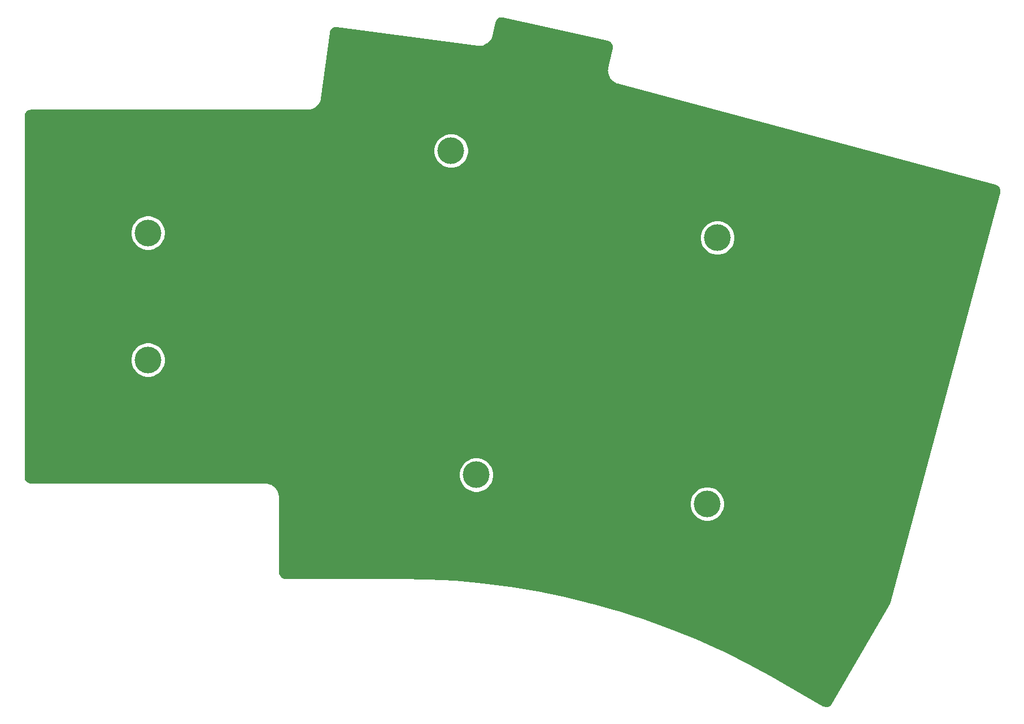
<source format=gbl>
G04 #@! TF.GenerationSoftware,KiCad,Pcbnew,(5.1.2)-1*
G04 #@! TF.CreationDate,2019-06-14T17:50:55+09:00*
G04 #@! TF.ProjectId,adelie,6164656c-6965-42e6-9b69-6361645f7063,rev?*
G04 #@! TF.SameCoordinates,Original*
G04 #@! TF.FileFunction,Copper,L2,Bot*
G04 #@! TF.FilePolarity,Positive*
%FSLAX46Y46*%
G04 Gerber Fmt 4.6, Leading zero omitted, Abs format (unit mm)*
G04 Created by KiCad (PCBNEW (5.1.2)-1) date 2019-06-14 17:50:55*
%MOMM*%
%LPD*%
G04 APERTURE LIST*
%ADD10C,4.000000*%
%ADD11C,0.254000*%
G04 APERTURE END LIST*
D10*
X188369645Y-126245861D03*
X153781151Y-121898017D03*
X189913740Y-86329520D03*
X149983140Y-73279740D03*
X104544340Y-85592920D03*
X104544340Y-104642920D03*
D11*
G36*
X157761655Y-53367065D02*
G01*
X173375550Y-56827903D01*
X173561650Y-56888752D01*
X173704132Y-56968729D01*
X173828373Y-57074864D01*
X173929631Y-57203108D01*
X174004052Y-57348578D01*
X174048798Y-57505725D01*
X174062170Y-57668580D01*
X174040197Y-57861251D01*
X173397655Y-60761288D01*
X173394528Y-60787245D01*
X173362649Y-61015652D01*
X173360453Y-61069265D01*
X173356504Y-61122775D01*
X173356790Y-61131985D01*
X173367926Y-61424601D01*
X173376024Y-61483869D01*
X173383292Y-61543245D01*
X173385362Y-61552225D01*
X173453122Y-61837104D01*
X173472581Y-61893684D01*
X173491240Y-61950504D01*
X173495015Y-61958911D01*
X173616818Y-62225203D01*
X173646872Y-62276882D01*
X173676237Y-62329041D01*
X173681573Y-62336554D01*
X173852780Y-62574116D01*
X173892314Y-62618991D01*
X173931233Y-62664432D01*
X173937927Y-62670766D01*
X174152015Y-62870550D01*
X174199511Y-62906890D01*
X174246520Y-62943910D01*
X174254317Y-62948823D01*
X174503132Y-63103218D01*
X174556770Y-63129635D01*
X174610084Y-63156824D01*
X174618686Y-63160129D01*
X174831930Y-63240370D01*
X174831935Y-63240373D01*
X174858222Y-63250263D01*
X174892751Y-63263256D01*
X174892766Y-63263260D01*
X174923127Y-63274683D01*
X231508525Y-78429711D01*
X231691759Y-78498575D01*
X231830578Y-78584638D01*
X231950036Y-78696024D01*
X232045584Y-78828492D01*
X232113581Y-78976993D01*
X232151440Y-79135878D01*
X232157718Y-79299086D01*
X232127390Y-79490623D01*
X215712096Y-140894781D01*
X215635718Y-141097904D01*
X215614019Y-141138508D01*
X206960753Y-156129319D01*
X206846771Y-156288366D01*
X206727600Y-156400168D01*
X206588973Y-156486700D01*
X206436188Y-156544654D01*
X206275047Y-156571830D01*
X206111699Y-156567189D01*
X205952367Y-156530910D01*
X205775192Y-156451925D01*
X198918998Y-152492968D01*
X198917431Y-152492258D01*
X197906853Y-151915738D01*
X197904675Y-151914548D01*
X197893214Y-151908169D01*
X194264610Y-149950281D01*
X194261550Y-149948702D01*
X194258511Y-149947031D01*
X194243116Y-149939187D01*
X190545205Y-148115579D01*
X190542078Y-148114108D01*
X190538991Y-148112555D01*
X190523318Y-148105280D01*
X186761067Y-146418402D01*
X186757905Y-146417053D01*
X186754746Y-146415607D01*
X186738910Y-146408951D01*
X186738817Y-146408911D01*
X186738789Y-146408900D01*
X182917279Y-144861030D01*
X182914085Y-144859804D01*
X182910860Y-144858468D01*
X182894697Y-144852361D01*
X179019006Y-143445554D01*
X179015748Y-143444439D01*
X179012498Y-143443230D01*
X178996122Y-143437719D01*
X175071482Y-142173876D01*
X175068177Y-142172878D01*
X175064893Y-142171792D01*
X175048500Y-142166936D01*
X175048326Y-142166884D01*
X175048275Y-142166871D01*
X171080010Y-141047704D01*
X171076696Y-141046835D01*
X171073349Y-141045862D01*
X171056743Y-141041599D01*
X171056612Y-141041565D01*
X171056573Y-141041556D01*
X167049952Y-140068550D01*
X167046550Y-140067789D01*
X167043227Y-140066955D01*
X167026527Y-140063314D01*
X167026345Y-140063273D01*
X167026292Y-140063263D01*
X162986720Y-139237731D01*
X162983346Y-139237106D01*
X162979942Y-139236382D01*
X162963085Y-139233350D01*
X162962936Y-139233322D01*
X162962892Y-139233315D01*
X158895773Y-138556362D01*
X158892357Y-138555858D01*
X158888950Y-138555263D01*
X158871844Y-138552828D01*
X154782606Y-138025357D01*
X154779162Y-138024977D01*
X154775747Y-138024509D01*
X154758751Y-138022723D01*
X154758563Y-138022702D01*
X154758509Y-138022698D01*
X150652743Y-137645431D01*
X150649323Y-137645180D01*
X150645858Y-137644834D01*
X150628619Y-137643659D01*
X146511732Y-137417093D01*
X146508293Y-137416967D01*
X146504829Y-137416749D01*
X146487559Y-137416207D01*
X142391497Y-137341134D01*
X142385476Y-137340541D01*
X125142478Y-137340101D01*
X124952531Y-137321477D01*
X124796171Y-137274269D01*
X124651960Y-137197590D01*
X124525388Y-137094361D01*
X124421277Y-136968512D01*
X124343596Y-136824844D01*
X124295299Y-136668821D01*
X124275040Y-136476067D01*
X124275040Y-125986336D01*
X185734645Y-125986336D01*
X185734645Y-126505386D01*
X185835906Y-127014462D01*
X186034538Y-127494002D01*
X186322907Y-127925576D01*
X186689930Y-128292599D01*
X187121504Y-128580968D01*
X187601044Y-128779600D01*
X188110120Y-128880861D01*
X188629170Y-128880861D01*
X189138246Y-128779600D01*
X189617786Y-128580968D01*
X190049360Y-128292599D01*
X190416383Y-127925576D01*
X190704752Y-127494002D01*
X190903384Y-127014462D01*
X191004645Y-126505386D01*
X191004645Y-125986336D01*
X190903384Y-125477260D01*
X190704752Y-124997720D01*
X190416383Y-124566146D01*
X190049360Y-124199123D01*
X189617786Y-123910754D01*
X189138246Y-123712122D01*
X188629170Y-123610861D01*
X188110120Y-123610861D01*
X187601044Y-123712122D01*
X187121504Y-123910754D01*
X186689930Y-124199123D01*
X186322907Y-124566146D01*
X186034538Y-124997720D01*
X185835906Y-125477260D01*
X185734645Y-125986336D01*
X124275040Y-125986336D01*
X124275040Y-125168121D01*
X124272222Y-125139512D01*
X124272287Y-125130252D01*
X124271388Y-125121081D01*
X124240788Y-124829935D01*
X124228750Y-124771293D01*
X124217550Y-124712577D01*
X124214887Y-124703756D01*
X124128319Y-124424100D01*
X124105141Y-124368962D01*
X124082729Y-124313490D01*
X124078402Y-124305354D01*
X123939163Y-124047838D01*
X123905741Y-123998289D01*
X123872960Y-123948193D01*
X123867135Y-123941052D01*
X123680530Y-123715485D01*
X123638094Y-123673344D01*
X123596231Y-123630595D01*
X123589131Y-123624721D01*
X123362267Y-123439695D01*
X123312448Y-123406595D01*
X123263085Y-123372796D01*
X123254979Y-123368413D01*
X122996498Y-123230976D01*
X122941204Y-123208185D01*
X122886211Y-123184615D01*
X122877408Y-123181890D01*
X122597154Y-123097276D01*
X122538469Y-123085656D01*
X122479961Y-123073220D01*
X122470798Y-123072257D01*
X122470796Y-123072257D01*
X122179444Y-123043690D01*
X122179442Y-123043690D01*
X122147459Y-123040540D01*
X87039359Y-123040540D01*
X86844531Y-123021437D01*
X86688171Y-122974229D01*
X86543960Y-122897550D01*
X86417388Y-122794321D01*
X86313277Y-122668472D01*
X86235596Y-122524804D01*
X86187299Y-122368781D01*
X86167040Y-122176027D01*
X86167040Y-121638492D01*
X151146151Y-121638492D01*
X151146151Y-122157542D01*
X151247412Y-122666618D01*
X151446044Y-123146158D01*
X151734413Y-123577732D01*
X152101436Y-123944755D01*
X152533010Y-124233124D01*
X153012550Y-124431756D01*
X153521626Y-124533017D01*
X154040676Y-124533017D01*
X154549752Y-124431756D01*
X155029292Y-124233124D01*
X155460866Y-123944755D01*
X155827889Y-123577732D01*
X156116258Y-123146158D01*
X156314890Y-122666618D01*
X156416151Y-122157542D01*
X156416151Y-121638492D01*
X156314890Y-121129416D01*
X156116258Y-120649876D01*
X155827889Y-120218302D01*
X155460866Y-119851279D01*
X155029292Y-119562910D01*
X154549752Y-119364278D01*
X154040676Y-119263017D01*
X153521626Y-119263017D01*
X153012550Y-119364278D01*
X152533010Y-119562910D01*
X152101436Y-119851279D01*
X151734413Y-120218302D01*
X151446044Y-120649876D01*
X151247412Y-121129416D01*
X151146151Y-121638492D01*
X86167040Y-121638492D01*
X86167040Y-104383395D01*
X101909340Y-104383395D01*
X101909340Y-104902445D01*
X102010601Y-105411521D01*
X102209233Y-105891061D01*
X102497602Y-106322635D01*
X102864625Y-106689658D01*
X103296199Y-106978027D01*
X103775739Y-107176659D01*
X104284815Y-107277920D01*
X104803865Y-107277920D01*
X105312941Y-107176659D01*
X105792481Y-106978027D01*
X106224055Y-106689658D01*
X106591078Y-106322635D01*
X106879447Y-105891061D01*
X107078079Y-105411521D01*
X107179340Y-104902445D01*
X107179340Y-104383395D01*
X107078079Y-103874319D01*
X106879447Y-103394779D01*
X106591078Y-102963205D01*
X106224055Y-102596182D01*
X105792481Y-102307813D01*
X105312941Y-102109181D01*
X104803865Y-102007920D01*
X104284815Y-102007920D01*
X103775739Y-102109181D01*
X103296199Y-102307813D01*
X102864625Y-102596182D01*
X102497602Y-102963205D01*
X102209233Y-103394779D01*
X102010601Y-103874319D01*
X101909340Y-104383395D01*
X86167040Y-104383395D01*
X86167040Y-85333395D01*
X101909340Y-85333395D01*
X101909340Y-85852445D01*
X102010601Y-86361521D01*
X102209233Y-86841061D01*
X102497602Y-87272635D01*
X102864625Y-87639658D01*
X103296199Y-87928027D01*
X103775739Y-88126659D01*
X104284815Y-88227920D01*
X104803865Y-88227920D01*
X105312941Y-88126659D01*
X105792481Y-87928027D01*
X106224055Y-87639658D01*
X106591078Y-87272635D01*
X106879447Y-86841061D01*
X107078079Y-86361521D01*
X107136066Y-86069995D01*
X187278740Y-86069995D01*
X187278740Y-86589045D01*
X187380001Y-87098121D01*
X187578633Y-87577661D01*
X187867002Y-88009235D01*
X188234025Y-88376258D01*
X188665599Y-88664627D01*
X189145139Y-88863259D01*
X189654215Y-88964520D01*
X190173265Y-88964520D01*
X190682341Y-88863259D01*
X191161881Y-88664627D01*
X191593455Y-88376258D01*
X191960478Y-88009235D01*
X192248847Y-87577661D01*
X192447479Y-87098121D01*
X192548740Y-86589045D01*
X192548740Y-86069995D01*
X192447479Y-85560919D01*
X192248847Y-85081379D01*
X191960478Y-84649805D01*
X191593455Y-84282782D01*
X191161881Y-83994413D01*
X190682341Y-83795781D01*
X190173265Y-83694520D01*
X189654215Y-83694520D01*
X189145139Y-83795781D01*
X188665599Y-83994413D01*
X188234025Y-84282782D01*
X187867002Y-84649805D01*
X187578633Y-85081379D01*
X187380001Y-85560919D01*
X187278740Y-86069995D01*
X107136066Y-86069995D01*
X107179340Y-85852445D01*
X107179340Y-85333395D01*
X107078079Y-84824319D01*
X106879447Y-84344779D01*
X106591078Y-83913205D01*
X106224055Y-83546182D01*
X105792481Y-83257813D01*
X105312941Y-83059181D01*
X104803865Y-82957920D01*
X104284815Y-82957920D01*
X103775739Y-83059181D01*
X103296199Y-83257813D01*
X102864625Y-83546182D01*
X102497602Y-83913205D01*
X102209233Y-84344779D01*
X102010601Y-84824319D01*
X101909340Y-85333395D01*
X86167040Y-85333395D01*
X86167040Y-73020215D01*
X147348140Y-73020215D01*
X147348140Y-73539265D01*
X147449401Y-74048341D01*
X147648033Y-74527881D01*
X147936402Y-74959455D01*
X148303425Y-75326478D01*
X148734999Y-75614847D01*
X149214539Y-75813479D01*
X149723615Y-75914740D01*
X150242665Y-75914740D01*
X150751741Y-75813479D01*
X151231281Y-75614847D01*
X151662855Y-75326478D01*
X152029878Y-74959455D01*
X152318247Y-74527881D01*
X152516879Y-74048341D01*
X152618140Y-73539265D01*
X152618140Y-73020215D01*
X152516879Y-72511139D01*
X152318247Y-72031599D01*
X152029878Y-71600025D01*
X151662855Y-71233002D01*
X151231281Y-70944633D01*
X150751741Y-70746001D01*
X150242665Y-70644740D01*
X149723615Y-70644740D01*
X149214539Y-70746001D01*
X148734999Y-70944633D01*
X148303425Y-71233002D01*
X147936402Y-71600025D01*
X147648033Y-72031599D01*
X147449401Y-72511139D01*
X147348140Y-73020215D01*
X86167040Y-73020215D01*
X86167040Y-68082822D01*
X86186142Y-67888004D01*
X86233348Y-67731648D01*
X86310023Y-67587446D01*
X86413246Y-67460880D01*
X86539091Y-67356772D01*
X86682757Y-67279093D01*
X86838771Y-67230798D01*
X87031527Y-67210539D01*
X128491181Y-67210582D01*
X128503039Y-67209414D01*
X128590639Y-67206254D01*
X128629830Y-67200979D01*
X128669319Y-67198680D01*
X128678412Y-67197185D01*
X128966947Y-67147699D01*
X129024630Y-67131884D01*
X129082542Y-67116873D01*
X129091172Y-67113641D01*
X129364601Y-67009054D01*
X129418136Y-66982325D01*
X129472008Y-66956361D01*
X129479846Y-66951514D01*
X129727753Y-66795809D01*
X129775060Y-66759204D01*
X129822880Y-66723258D01*
X129829626Y-66716981D01*
X130042569Y-66516089D01*
X130081874Y-66470981D01*
X130121790Y-66426445D01*
X130127189Y-66418977D01*
X130297056Y-66180551D01*
X130326848Y-66128674D01*
X130357358Y-66077224D01*
X130361204Y-66068849D01*
X130481525Y-65801970D01*
X130500672Y-65745299D01*
X130520608Y-65688901D01*
X130522754Y-65679939D01*
X130588947Y-65394771D01*
X130588947Y-65394769D01*
X130596157Y-65363853D01*
X131885200Y-55575510D01*
X131929504Y-55384687D01*
X131996629Y-55235822D01*
X132091389Y-55102831D01*
X132210172Y-54990784D01*
X132348458Y-54903939D01*
X132500978Y-54845609D01*
X132661926Y-54818014D01*
X132855513Y-54822986D01*
X153951662Y-57600446D01*
X153970677Y-57601069D01*
X154130075Y-57612771D01*
X154176746Y-57611630D01*
X154223415Y-57613006D01*
X154232604Y-57612313D01*
X154524337Y-57588272D01*
X154583148Y-57577572D01*
X154642188Y-57567681D01*
X154651067Y-57565216D01*
X154932575Y-57484968D01*
X154988205Y-57463042D01*
X155044181Y-57441879D01*
X155052413Y-57437736D01*
X155312971Y-57304338D01*
X155363311Y-57272007D01*
X155414081Y-57240392D01*
X155421351Y-57234730D01*
X155651037Y-57053262D01*
X155694124Y-57011782D01*
X155737800Y-56970896D01*
X155743832Y-56963930D01*
X155933897Y-56741307D01*
X155968111Y-56692243D01*
X156003012Y-56643654D01*
X156007576Y-56635648D01*
X156150780Y-56380347D01*
X156174825Y-56325543D01*
X156199610Y-56271130D01*
X156202532Y-56262390D01*
X156293420Y-55984136D01*
X156293422Y-55984127D01*
X156303387Y-55953678D01*
X156729423Y-54031475D01*
X156790201Y-53845432D01*
X156870074Y-53703052D01*
X156976078Y-53578902D01*
X157104179Y-53477702D01*
X157249500Y-53403311D01*
X157406494Y-53358566D01*
X157569200Y-53345166D01*
X157761655Y-53367065D01*
X157761655Y-53367065D01*
G37*
X157761655Y-53367065D02*
X173375550Y-56827903D01*
X173561650Y-56888752D01*
X173704132Y-56968729D01*
X173828373Y-57074864D01*
X173929631Y-57203108D01*
X174004052Y-57348578D01*
X174048798Y-57505725D01*
X174062170Y-57668580D01*
X174040197Y-57861251D01*
X173397655Y-60761288D01*
X173394528Y-60787245D01*
X173362649Y-61015652D01*
X173360453Y-61069265D01*
X173356504Y-61122775D01*
X173356790Y-61131985D01*
X173367926Y-61424601D01*
X173376024Y-61483869D01*
X173383292Y-61543245D01*
X173385362Y-61552225D01*
X173453122Y-61837104D01*
X173472581Y-61893684D01*
X173491240Y-61950504D01*
X173495015Y-61958911D01*
X173616818Y-62225203D01*
X173646872Y-62276882D01*
X173676237Y-62329041D01*
X173681573Y-62336554D01*
X173852780Y-62574116D01*
X173892314Y-62618991D01*
X173931233Y-62664432D01*
X173937927Y-62670766D01*
X174152015Y-62870550D01*
X174199511Y-62906890D01*
X174246520Y-62943910D01*
X174254317Y-62948823D01*
X174503132Y-63103218D01*
X174556770Y-63129635D01*
X174610084Y-63156824D01*
X174618686Y-63160129D01*
X174831930Y-63240370D01*
X174831935Y-63240373D01*
X174858222Y-63250263D01*
X174892751Y-63263256D01*
X174892766Y-63263260D01*
X174923127Y-63274683D01*
X231508525Y-78429711D01*
X231691759Y-78498575D01*
X231830578Y-78584638D01*
X231950036Y-78696024D01*
X232045584Y-78828492D01*
X232113581Y-78976993D01*
X232151440Y-79135878D01*
X232157718Y-79299086D01*
X232127390Y-79490623D01*
X215712096Y-140894781D01*
X215635718Y-141097904D01*
X215614019Y-141138508D01*
X206960753Y-156129319D01*
X206846771Y-156288366D01*
X206727600Y-156400168D01*
X206588973Y-156486700D01*
X206436188Y-156544654D01*
X206275047Y-156571830D01*
X206111699Y-156567189D01*
X205952367Y-156530910D01*
X205775192Y-156451925D01*
X198918998Y-152492968D01*
X198917431Y-152492258D01*
X197906853Y-151915738D01*
X197904675Y-151914548D01*
X197893214Y-151908169D01*
X194264610Y-149950281D01*
X194261550Y-149948702D01*
X194258511Y-149947031D01*
X194243116Y-149939187D01*
X190545205Y-148115579D01*
X190542078Y-148114108D01*
X190538991Y-148112555D01*
X190523318Y-148105280D01*
X186761067Y-146418402D01*
X186757905Y-146417053D01*
X186754746Y-146415607D01*
X186738910Y-146408951D01*
X186738817Y-146408911D01*
X186738789Y-146408900D01*
X182917279Y-144861030D01*
X182914085Y-144859804D01*
X182910860Y-144858468D01*
X182894697Y-144852361D01*
X179019006Y-143445554D01*
X179015748Y-143444439D01*
X179012498Y-143443230D01*
X178996122Y-143437719D01*
X175071482Y-142173876D01*
X175068177Y-142172878D01*
X175064893Y-142171792D01*
X175048500Y-142166936D01*
X175048326Y-142166884D01*
X175048275Y-142166871D01*
X171080010Y-141047704D01*
X171076696Y-141046835D01*
X171073349Y-141045862D01*
X171056743Y-141041599D01*
X171056612Y-141041565D01*
X171056573Y-141041556D01*
X167049952Y-140068550D01*
X167046550Y-140067789D01*
X167043227Y-140066955D01*
X167026527Y-140063314D01*
X167026345Y-140063273D01*
X167026292Y-140063263D01*
X162986720Y-139237731D01*
X162983346Y-139237106D01*
X162979942Y-139236382D01*
X162963085Y-139233350D01*
X162962936Y-139233322D01*
X162962892Y-139233315D01*
X158895773Y-138556362D01*
X158892357Y-138555858D01*
X158888950Y-138555263D01*
X158871844Y-138552828D01*
X154782606Y-138025357D01*
X154779162Y-138024977D01*
X154775747Y-138024509D01*
X154758751Y-138022723D01*
X154758563Y-138022702D01*
X154758509Y-138022698D01*
X150652743Y-137645431D01*
X150649323Y-137645180D01*
X150645858Y-137644834D01*
X150628619Y-137643659D01*
X146511732Y-137417093D01*
X146508293Y-137416967D01*
X146504829Y-137416749D01*
X146487559Y-137416207D01*
X142391497Y-137341134D01*
X142385476Y-137340541D01*
X125142478Y-137340101D01*
X124952531Y-137321477D01*
X124796171Y-137274269D01*
X124651960Y-137197590D01*
X124525388Y-137094361D01*
X124421277Y-136968512D01*
X124343596Y-136824844D01*
X124295299Y-136668821D01*
X124275040Y-136476067D01*
X124275040Y-125986336D01*
X185734645Y-125986336D01*
X185734645Y-126505386D01*
X185835906Y-127014462D01*
X186034538Y-127494002D01*
X186322907Y-127925576D01*
X186689930Y-128292599D01*
X187121504Y-128580968D01*
X187601044Y-128779600D01*
X188110120Y-128880861D01*
X188629170Y-128880861D01*
X189138246Y-128779600D01*
X189617786Y-128580968D01*
X190049360Y-128292599D01*
X190416383Y-127925576D01*
X190704752Y-127494002D01*
X190903384Y-127014462D01*
X191004645Y-126505386D01*
X191004645Y-125986336D01*
X190903384Y-125477260D01*
X190704752Y-124997720D01*
X190416383Y-124566146D01*
X190049360Y-124199123D01*
X189617786Y-123910754D01*
X189138246Y-123712122D01*
X188629170Y-123610861D01*
X188110120Y-123610861D01*
X187601044Y-123712122D01*
X187121504Y-123910754D01*
X186689930Y-124199123D01*
X186322907Y-124566146D01*
X186034538Y-124997720D01*
X185835906Y-125477260D01*
X185734645Y-125986336D01*
X124275040Y-125986336D01*
X124275040Y-125168121D01*
X124272222Y-125139512D01*
X124272287Y-125130252D01*
X124271388Y-125121081D01*
X124240788Y-124829935D01*
X124228750Y-124771293D01*
X124217550Y-124712577D01*
X124214887Y-124703756D01*
X124128319Y-124424100D01*
X124105141Y-124368962D01*
X124082729Y-124313490D01*
X124078402Y-124305354D01*
X123939163Y-124047838D01*
X123905741Y-123998289D01*
X123872960Y-123948193D01*
X123867135Y-123941052D01*
X123680530Y-123715485D01*
X123638094Y-123673344D01*
X123596231Y-123630595D01*
X123589131Y-123624721D01*
X123362267Y-123439695D01*
X123312448Y-123406595D01*
X123263085Y-123372796D01*
X123254979Y-123368413D01*
X122996498Y-123230976D01*
X122941204Y-123208185D01*
X122886211Y-123184615D01*
X122877408Y-123181890D01*
X122597154Y-123097276D01*
X122538469Y-123085656D01*
X122479961Y-123073220D01*
X122470798Y-123072257D01*
X122470796Y-123072257D01*
X122179444Y-123043690D01*
X122179442Y-123043690D01*
X122147459Y-123040540D01*
X87039359Y-123040540D01*
X86844531Y-123021437D01*
X86688171Y-122974229D01*
X86543960Y-122897550D01*
X86417388Y-122794321D01*
X86313277Y-122668472D01*
X86235596Y-122524804D01*
X86187299Y-122368781D01*
X86167040Y-122176027D01*
X86167040Y-121638492D01*
X151146151Y-121638492D01*
X151146151Y-122157542D01*
X151247412Y-122666618D01*
X151446044Y-123146158D01*
X151734413Y-123577732D01*
X152101436Y-123944755D01*
X152533010Y-124233124D01*
X153012550Y-124431756D01*
X153521626Y-124533017D01*
X154040676Y-124533017D01*
X154549752Y-124431756D01*
X155029292Y-124233124D01*
X155460866Y-123944755D01*
X155827889Y-123577732D01*
X156116258Y-123146158D01*
X156314890Y-122666618D01*
X156416151Y-122157542D01*
X156416151Y-121638492D01*
X156314890Y-121129416D01*
X156116258Y-120649876D01*
X155827889Y-120218302D01*
X155460866Y-119851279D01*
X155029292Y-119562910D01*
X154549752Y-119364278D01*
X154040676Y-119263017D01*
X153521626Y-119263017D01*
X153012550Y-119364278D01*
X152533010Y-119562910D01*
X152101436Y-119851279D01*
X151734413Y-120218302D01*
X151446044Y-120649876D01*
X151247412Y-121129416D01*
X151146151Y-121638492D01*
X86167040Y-121638492D01*
X86167040Y-104383395D01*
X101909340Y-104383395D01*
X101909340Y-104902445D01*
X102010601Y-105411521D01*
X102209233Y-105891061D01*
X102497602Y-106322635D01*
X102864625Y-106689658D01*
X103296199Y-106978027D01*
X103775739Y-107176659D01*
X104284815Y-107277920D01*
X104803865Y-107277920D01*
X105312941Y-107176659D01*
X105792481Y-106978027D01*
X106224055Y-106689658D01*
X106591078Y-106322635D01*
X106879447Y-105891061D01*
X107078079Y-105411521D01*
X107179340Y-104902445D01*
X107179340Y-104383395D01*
X107078079Y-103874319D01*
X106879447Y-103394779D01*
X106591078Y-102963205D01*
X106224055Y-102596182D01*
X105792481Y-102307813D01*
X105312941Y-102109181D01*
X104803865Y-102007920D01*
X104284815Y-102007920D01*
X103775739Y-102109181D01*
X103296199Y-102307813D01*
X102864625Y-102596182D01*
X102497602Y-102963205D01*
X102209233Y-103394779D01*
X102010601Y-103874319D01*
X101909340Y-104383395D01*
X86167040Y-104383395D01*
X86167040Y-85333395D01*
X101909340Y-85333395D01*
X101909340Y-85852445D01*
X102010601Y-86361521D01*
X102209233Y-86841061D01*
X102497602Y-87272635D01*
X102864625Y-87639658D01*
X103296199Y-87928027D01*
X103775739Y-88126659D01*
X104284815Y-88227920D01*
X104803865Y-88227920D01*
X105312941Y-88126659D01*
X105792481Y-87928027D01*
X106224055Y-87639658D01*
X106591078Y-87272635D01*
X106879447Y-86841061D01*
X107078079Y-86361521D01*
X107136066Y-86069995D01*
X187278740Y-86069995D01*
X187278740Y-86589045D01*
X187380001Y-87098121D01*
X187578633Y-87577661D01*
X187867002Y-88009235D01*
X188234025Y-88376258D01*
X188665599Y-88664627D01*
X189145139Y-88863259D01*
X189654215Y-88964520D01*
X190173265Y-88964520D01*
X190682341Y-88863259D01*
X191161881Y-88664627D01*
X191593455Y-88376258D01*
X191960478Y-88009235D01*
X192248847Y-87577661D01*
X192447479Y-87098121D01*
X192548740Y-86589045D01*
X192548740Y-86069995D01*
X192447479Y-85560919D01*
X192248847Y-85081379D01*
X191960478Y-84649805D01*
X191593455Y-84282782D01*
X191161881Y-83994413D01*
X190682341Y-83795781D01*
X190173265Y-83694520D01*
X189654215Y-83694520D01*
X189145139Y-83795781D01*
X188665599Y-83994413D01*
X188234025Y-84282782D01*
X187867002Y-84649805D01*
X187578633Y-85081379D01*
X187380001Y-85560919D01*
X187278740Y-86069995D01*
X107136066Y-86069995D01*
X107179340Y-85852445D01*
X107179340Y-85333395D01*
X107078079Y-84824319D01*
X106879447Y-84344779D01*
X106591078Y-83913205D01*
X106224055Y-83546182D01*
X105792481Y-83257813D01*
X105312941Y-83059181D01*
X104803865Y-82957920D01*
X104284815Y-82957920D01*
X103775739Y-83059181D01*
X103296199Y-83257813D01*
X102864625Y-83546182D01*
X102497602Y-83913205D01*
X102209233Y-84344779D01*
X102010601Y-84824319D01*
X101909340Y-85333395D01*
X86167040Y-85333395D01*
X86167040Y-73020215D01*
X147348140Y-73020215D01*
X147348140Y-73539265D01*
X147449401Y-74048341D01*
X147648033Y-74527881D01*
X147936402Y-74959455D01*
X148303425Y-75326478D01*
X148734999Y-75614847D01*
X149214539Y-75813479D01*
X149723615Y-75914740D01*
X150242665Y-75914740D01*
X150751741Y-75813479D01*
X151231281Y-75614847D01*
X151662855Y-75326478D01*
X152029878Y-74959455D01*
X152318247Y-74527881D01*
X152516879Y-74048341D01*
X152618140Y-73539265D01*
X152618140Y-73020215D01*
X152516879Y-72511139D01*
X152318247Y-72031599D01*
X152029878Y-71600025D01*
X151662855Y-71233002D01*
X151231281Y-70944633D01*
X150751741Y-70746001D01*
X150242665Y-70644740D01*
X149723615Y-70644740D01*
X149214539Y-70746001D01*
X148734999Y-70944633D01*
X148303425Y-71233002D01*
X147936402Y-71600025D01*
X147648033Y-72031599D01*
X147449401Y-72511139D01*
X147348140Y-73020215D01*
X86167040Y-73020215D01*
X86167040Y-68082822D01*
X86186142Y-67888004D01*
X86233348Y-67731648D01*
X86310023Y-67587446D01*
X86413246Y-67460880D01*
X86539091Y-67356772D01*
X86682757Y-67279093D01*
X86838771Y-67230798D01*
X87031527Y-67210539D01*
X128491181Y-67210582D01*
X128503039Y-67209414D01*
X128590639Y-67206254D01*
X128629830Y-67200979D01*
X128669319Y-67198680D01*
X128678412Y-67197185D01*
X128966947Y-67147699D01*
X129024630Y-67131884D01*
X129082542Y-67116873D01*
X129091172Y-67113641D01*
X129364601Y-67009054D01*
X129418136Y-66982325D01*
X129472008Y-66956361D01*
X129479846Y-66951514D01*
X129727753Y-66795809D01*
X129775060Y-66759204D01*
X129822880Y-66723258D01*
X129829626Y-66716981D01*
X130042569Y-66516089D01*
X130081874Y-66470981D01*
X130121790Y-66426445D01*
X130127189Y-66418977D01*
X130297056Y-66180551D01*
X130326848Y-66128674D01*
X130357358Y-66077224D01*
X130361204Y-66068849D01*
X130481525Y-65801970D01*
X130500672Y-65745299D01*
X130520608Y-65688901D01*
X130522754Y-65679939D01*
X130588947Y-65394771D01*
X130588947Y-65394769D01*
X130596157Y-65363853D01*
X131885200Y-55575510D01*
X131929504Y-55384687D01*
X131996629Y-55235822D01*
X132091389Y-55102831D01*
X132210172Y-54990784D01*
X132348458Y-54903939D01*
X132500978Y-54845609D01*
X132661926Y-54818014D01*
X132855513Y-54822986D01*
X153951662Y-57600446D01*
X153970677Y-57601069D01*
X154130075Y-57612771D01*
X154176746Y-57611630D01*
X154223415Y-57613006D01*
X154232604Y-57612313D01*
X154524337Y-57588272D01*
X154583148Y-57577572D01*
X154642188Y-57567681D01*
X154651067Y-57565216D01*
X154932575Y-57484968D01*
X154988205Y-57463042D01*
X155044181Y-57441879D01*
X155052413Y-57437736D01*
X155312971Y-57304338D01*
X155363311Y-57272007D01*
X155414081Y-57240392D01*
X155421351Y-57234730D01*
X155651037Y-57053262D01*
X155694124Y-57011782D01*
X155737800Y-56970896D01*
X155743832Y-56963930D01*
X155933897Y-56741307D01*
X155968111Y-56692243D01*
X156003012Y-56643654D01*
X156007576Y-56635648D01*
X156150780Y-56380347D01*
X156174825Y-56325543D01*
X156199610Y-56271130D01*
X156202532Y-56262390D01*
X156293420Y-55984136D01*
X156293422Y-55984127D01*
X156303387Y-55953678D01*
X156729423Y-54031475D01*
X156790201Y-53845432D01*
X156870074Y-53703052D01*
X156976078Y-53578902D01*
X157104179Y-53477702D01*
X157249500Y-53403311D01*
X157406494Y-53358566D01*
X157569200Y-53345166D01*
X157761655Y-53367065D01*
M02*

</source>
